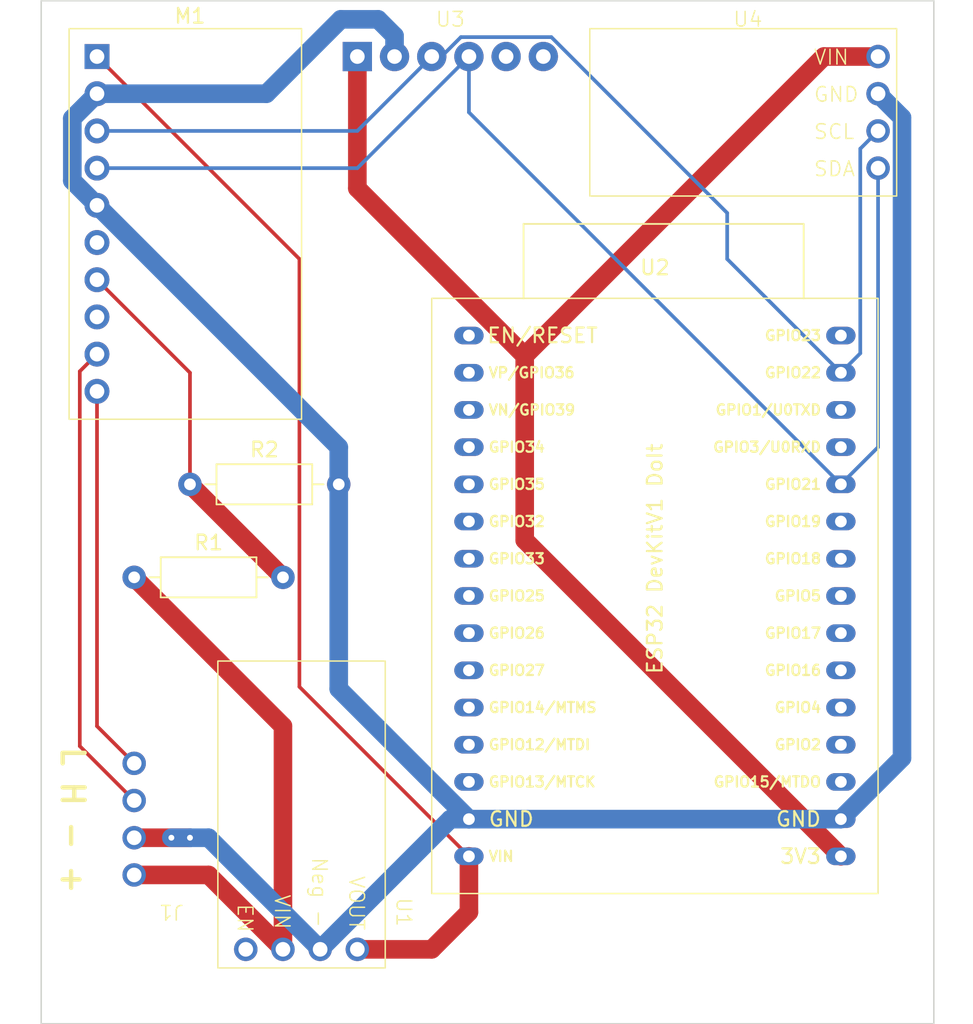
<source format=kicad_pcb>
(kicad_pcb (version 20221018) (generator pcbnew)
  (layers (0 "F.Cu" signal) (31 "B.Cu" signal) (34 "B.Paste" user) (35 "F.Paste" user) (36 "B.SilkS" user "B.Silkscreen") (37 "F.SilkS" user "F.Silkscreen") (38 "B.Mask" user) (39 "F.Mask" user) (44 "Edge.Cuts" user))
  (net 0 "")
  (net 1 "+12V")
  (net 2 "+5V")
  (net 3 "+3V3")
  (net 18 "SDA")
  (net 19 "SCL")
  (net 20 "GND")
  (net 32 "Shunt High")
  (net 33 "Shunt Low")
  (net 37 "Net-(M1-A0)")
  (footprint "User:HiLetgo BMP280-3.3" (layer "F.Cu") (at 153.67 53.34 90)
    (fp_text reference "U3" (at 2.54 6.35 unlocked) (layer "F.SilkS") (effects (font (thickness 0.1))))
    (fp_text value "~")
    (pad "1" thru_hole rect (at 0 0 90) (size 2 2) (drill 1) (layers "*.Cu" "*.Mask") (net 3 "+3V3"))
    (pad "2" thru_hole circle (at 0 2.54 90) (size 2 2) (drill 1) (layers "*.Cu" "*.Mask") (net 20 "GND"))
    (pad "3" thru_hole circle (at 0 5.08 90) (size 2 2) (drill 1) (layers "*.Cu" "*.Mask") (net 19 "SCL"))
    (pad "4" thru_hole circle (at 0 7.62 90) (size 2 2) (drill 1) (layers "*.Cu" "*.Mask") (net 18 "SDA"))
    (pad "5" thru_hole circle (at 0 10.16 90) (size 2 2) (drill 1) (layers "*.Cu" "*.Mask"))
    (pad "6" thru_hole circle (at 0 12.7 90) (size 2 2) (drill 1) (layers "*.Cu" "*.Mask"))
  )
  (footprint "User:ESP32 DevKitV1 DoIt" (layer "F.Cu") (at 158.75 69.85)
    (fp_text reference "U2" (at 15.24 -2.1) (layer "F.SilkS"))
    (fp_text value "ESP32 DevKitV1 DoIt" (at 15.24 17.78 90) (layer "F.SilkS"))
    (fp_text user "GPIO21" (at 26.67 12.7 unlocked) (layer "F.SilkS") (effects (font (size 0.7 0.7)) (justify right)))
    (fp_text user "GPIO27" (at 3.81 25.4 unlocked) (layer "F.SilkS") (effects (font (size 0.7 0.7)) (justify left)))
    (fp_text user "GPIO2" (at 26.67 30.48 unlocked) (layer "F.SilkS") (effects (font (size 0.7 0.7)) (justify right)))
    (fp_text user "GPIO12/MTDI" (at 3.81 30.48 unlocked) (layer "F.SilkS") (effects (font (size 0.7 0.7)) (justify left)))
    (fp_text user "GPIO15/MTDO" (at 26.67 33.02 unlocked) (layer "F.SilkS") (effects (font (size 0.7 0.7)) (justify right)))
    (fp_text user "GPIO3/U0RXD" (at 26.67 10.16 unlocked) (layer "F.SilkS") (effects (font (size 0.7 0.7)) (justify right)))
    (fp_text user "GPIO25" (at 3.81 20.32 unlocked) (layer "F.SilkS") (effects (font (size 0.7 0.7)) (justify left)))
    (fp_text user "GPIO4" (at 26.67 27.94 unlocked) (layer "F.SilkS") (effects (font (size 0.7 0.7)) (justify right)))
    (fp_text user "GPIO14/MTMS" (at 3.81 27.94 unlocked) (layer "F.SilkS") (effects (font (size 0.7 0.7)) (justify left)))
    (fp_text user "GPIO35" (at 3.81 12.7 unlocked) (layer "F.SilkS") (effects (font (size 0.7 0.7)) (justify left)))
    (fp_text user "GPIO32" (at 3.81 15.24 unlocked) (layer "F.SilkS") (effects (font (size 0.7 0.7)) (justify left)))
    (fp_text user "GPIO26" (at 3.81 22.86 unlocked) (layer "F.SilkS") (effects (font (size 0.7 0.7)) (justify left)))
    (fp_text user "GPIO34" (at 3.81 10.16 unlocked) (layer "F.SilkS") (effects (font (size 0.7 0.7)) (justify left)))
    (fp_text user "VN/GPIO39" (at 3.81 7.62 unlocked) (layer "F.SilkS") (effects (font (size 0.7 0.7)) (justify left)))
    (fp_text user "GPIO5" (at 26.67 20.32 unlocked) (layer "F.SilkS") (effects (font (size 0.7 0.7)) (justify right)))
    (fp_text user "EN/RESET" (at 11.42632 2.53728 unlocked) (layer "F.SilkS") (effects (justify right)))
    (fp_text user "GPIO17" (at 26.67 22.86 unlocked) (layer "F.SilkS") (effects (font (size 0.7 0.7)) (justify right)))
    (fp_text user "GND" (at 26.66632 35.56 unlocked) (layer "F.SilkS") (effects (justify right)))
    (fp_text user "GPIO1/U0TXD" (at 26.67 7.62 unlocked) (layer "F.SilkS") (effects (font (size 0.7 0.7)) (justify right)))
    (fp_text user "GPIO13/MTCK" (at 3.81 33.02 unlocked) (layer "F.SilkS") (effects (font (size 0.7 0.7)) (justify left)))
    (fp_text user "GPIO33" (at 3.81 17.78 unlocked) (layer "F.SilkS") (effects (font (size 0.7 0.7)) (justify left)))
    (fp_text user "GPIO23" (at 26.67 2.54 unlocked) (layer "F.SilkS") (effects (font (size 0.7 0.7)) (justify right)))
    (fp_text user "VP/GPIO36" (at 3.81 5.08 unlocked) (layer "F.SilkS") (effects (font (size 0.7 0.7)) (justify left)))
    (fp_text user "GPIO19" (at 26.67 15.24 unlocked) (layer "F.SilkS") (effects (font (size 0.7 0.7)) (justify right)))
    (fp_text user "GPIO22" (at 26.67 5.08 unlocked) (layer "F.SilkS") (effects (font (size 0.7 0.7)) (justify right)))
    (fp_text user "3V3" (at 26.67 38.1 unlocked) (layer "F.SilkS") (effects (justify right)))
    (fp_text user "GPIO18" (at 26.67 17.78 unlocked) (layer "F.SilkS") (effects (font (size 0.7 0.7)) (justify right)))
    (fp_text user "GPIO16" (at 26.67 25.4 unlocked) (layer "F.SilkS") (effects (font (size 0.7 0.7)) (justify right)))
    (fp_text user "VIN" (at 3.81 38.1 unlocked) (layer "F.SilkS") (effects (font (size 0.7 0.7)) (justify left)))
    (fp_text user "GND" (at 3.81 35.56 unlocked) (layer "F.SilkS") (effects (justify left)))
    (fp_line (start 6.27012 -5.08) (end 25.4 -5.08) (stroke (width 0.12)) (layer "F.SilkS"))
    (fp_line (start 6.27012 0) (end 6.27012 -5.08) (stroke (width 0.12)) (layer "F.SilkS"))
    (fp_line (start 25.4 0) (end 25.4 -5.08) (stroke (width 0.12)) (layer "F.SilkS"))
    (fp_rect (start 0 0) (end 30.48 40.64) (stroke (width 0.1)) (fill none) (layer "F.SilkS"))
    (pad "1" thru_hole oval (at 2.54 2.54 270) (size 1.2 2) (drill 0.8) (layers "*.Cu" "*.Mask"))
    (pad "2" thru_hole oval (at 2.54 5.08 270) (size 1.2 2) (drill 0.8) (layers "*.Cu" "*.Mask"))
    (pad "3" thru_hole oval (at 2.54 7.62 270) (size 1.2 2) (drill 0.8) (layers "*.Cu" "*.Mask"))
    (pad "4" thru_hole oval (at 2.54 10.16 270) (size 1.2 2) (drill 0.8) (layers "*.Cu" "*.Mask"))
    (pad "5" thru_hole oval (at 2.54 12.7 270) (size 1.2 2) (drill 0.8) (layers "*.Cu" "*.Mask"))
    (pad "6" thru_hole oval (at 2.54 15.24 270) (size 1.2 2) (drill 0.8) (layers "*.Cu" "*.Mask"))
    (pad "7" thru_hole oval (at 2.54 17.78 270) (size 1.2 2) (drill 0.8) (layers "*.Cu" "*.Mask"))
    (pad "8" thru_hole oval (at 2.54 20.32 270) (size 1.2 2) (drill 0.8) (layers "*.Cu" "*.Mask"))
    (pad "9" thru_hole oval (at 2.54 22.86 270) (size 1.2 2) (drill 0.8) (layers "*.Cu" "*.Mask"))
    (pad "10" thru_hole oval (at 2.54 25.4 270) (size 1.2 2) (drill 0.8) (layers "*.Cu" "*.Mask"))
    (pad "11" thru_hole oval (at 2.54 27.94 270) (size 1.2 2) (drill 0.8) (layers "*.Cu" "*.Mask"))
    (pad "12" thru_hole oval (at 2.54 30.48 270) (size 1.2 2) (drill 0.8) (layers "*.Cu" "*.Mask"))
    (pad "13" thru_hole oval (at 2.54 33.02 270) (size 1.2 2) (drill 0.8) (layers "*.Cu" "*.Mask"))
    (pad "14" thru_hole oval (at 2.54 35.56 270) (size 1.2 2) (drill 0.8) (layers "*.Cu" "*.Mask") (net 20 "GND"))
    (pad "15" thru_hole oval (at 2.54 38.1 270) (size 1.2 2) (drill 0.8) (layers "*.Cu" "*.Mask") (net 2 "+5V"))
    (pad "16" thru_hole oval (at 27.94 38.1 270) (size 1.2 2) (drill 0.8) (layers "*.Cu" "*.Mask") (net 3 "+3V3"))
    (pad "17" thru_hole oval (at 27.94 35.56 270) (size 1.2 2) (drill 0.8) (layers "*.Cu" "*.Mask") (net 20 "GND"))
    (pad "18" thru_hole oval (at 27.94 33.02 270) (size 1.2 2) (drill 0.8) (layers "*.Cu" "*.Mask"))
    (pad "19" thru_hole oval (at 27.94 30.48 270) (size 1.2 2) (drill 0.8) (layers "*.Cu" "*.Mask"))
    (pad "20" thru_hole oval (at 27.94 27.94 270) (size 1.2 2) (drill 0.8) (layers "*.Cu" "*.Mask"))
    (pad "21" thru_hole oval (at 27.94 25.4 270) (size 1.2 2) (drill 0.8) (layers "*.Cu" "*.Mask"))
    (pad "22" thru_hole oval (at 27.94 22.86 270) (size 1.2 2) (drill 0.8) (layers "*.Cu" "*.Mask"))
    (pad "23" thru_hole oval (at 27.94 20.32 270) (size 1.2 2) (drill 0.8) (layers "*.Cu" "*.Mask"))
    (pad "24" thru_hole oval (at 27.94 17.78 270) (size 1.2 2) (drill 0.8) (layers "*.Cu" "*.Mask"))
    (pad "25" thru_hole oval (at 27.94 15.24 270) (size 1.2 2) (drill 0.8) (layers "*.Cu" "*.Mask"))
    (pad "26" thru_hole oval (at 27.94 12.7 270) (size 1.2 2) (drill 0.8) (layers "*.Cu" "*.Mask") (net 18 "SDA"))
    (pad "27" thru_hole oval (at 27.94 10.16 270) (size 1.2 2) (drill 0.8) (layers "*.Cu" "*.Mask"))
    (pad "28" thru_hole oval (at 27.94 7.62 270) (size 1.2 2) (drill 0.8) (layers "*.Cu" "*.Mask"))
    (pad "29" thru_hole oval (at 27.94 5.08 270) (size 1.2 2) (drill 0.8) (layers "*.Cu" "*.Mask") (net 19 "SCL"))
    (pad "30" thru_hole oval (at 27.94 2.54 270) (size 1.2 2) (drill 0.8) (layers "*.Cu" "*.Mask"))
  )
  (footprint "MiscModules:Screw Terminal 2.54 x4" (layer "F.Cu") (at 140.97 96.52 180)
    (fp_text reference "J1" (at 0 -15.24 180 unlocked) (layer "F.SilkS") (effects (font (thickness 0.1))))
    (fp_text value "Screw_Terminal_01x04" hide)
    (pad "1" thru_hole circle (at 2.54 -12.7 90) (size 1.6 1.6) (drill 1) (layers "*.Cu" "*.Mask") (net 1 "+12V"))
    (pad "2" thru_hole circle (at 2.54 -10.16 90) (size 1.6 1.6) (drill 1) (layers "*.Cu" "*.Mask") (net 20 "GND"))
    (pad "3" thru_hole circle (at 2.54 -7.62 90) (size 1.6 1.6) (drill 1) (layers "*.Cu" "*.Mask") (net 32 "Shunt High"))
    (pad "4" thru_hole circle (at 2.54 -5.08 90) (size 1.6 1.6) (drill 1) (layers "*.Cu" "*.Mask") (net 33 "Shunt Low"))
  )
  (footprint "Resistor_THT:R_Axial_DIN0207_L6.3mm_D2.5mm_P10.16mm_Horizontal" (layer "F.Cu") (at 142.24 82.55)
    (fp_text reference "R2" (at 5.08 -2.37) (layer "F.SilkS"))
    (fp_text value "5000")
    (fp_line (start 1.04 0) (end 1.81 0) (stroke (width 0.12)) (layer "F.SilkS"))
    (fp_line (start 1.81 -1.37) (end 1.81 1.37) (stroke (width 0.12)) (layer "F.SilkS"))
    (fp_line (start 1.81 1.37) (end 8.35 1.37) (stroke (width 0.12)) (layer "F.SilkS"))
    (fp_line (start 8.35 -1.37) (end 1.81 -1.37) (stroke (width 0.12)) (layer "F.SilkS"))
    (fp_line (start 8.35 1.37) (end 8.35 -1.37) (stroke (width 0.12)) (layer "F.SilkS"))
    (fp_line (start 9.12 0) (end 8.35 0) (stroke (width 0.12)) (layer "F.SilkS"))
    (pad "1" thru_hole circle (at 0 0) (size 1.6 1.6) (drill 0.8) (layers "*.Cu" "*.Mask") (net 37 "Net-(M1-A0)"))
    (pad "2" thru_hole oval (at 10.16 0) (size 1.6 1.6) (drill 0.8) (layers "*.Cu" "*.Mask") (net 20 "GND"))
  )
  (footprint "Resistor_THT:R_Axial_DIN0207_L6.3mm_D2.5mm_P10.16mm_Horizontal" (layer "F.Cu") (at 138.43 88.9)
    (fp_text reference "R1" (at 5.08 -2.37) (layer "F.SilkS"))
    (fp_text value "10000")
    (fp_line (start 1.04 0) (end 1.81 0) (stroke (width 0.12)) (layer "F.SilkS"))
    (fp_line (start 1.81 -1.37) (end 1.81 1.37) (stroke (width 0.12)) (layer "F.SilkS"))
    (fp_line (start 1.81 1.37) (end 8.35 1.37) (stroke (width 0.12)) (layer "F.SilkS"))
    (fp_line (start 8.35 -1.37) (end 1.81 -1.37) (stroke (width 0.12)) (layer "F.SilkS"))
    (fp_line (start 8.35 1.37) (end 8.35 -1.37) (stroke (width 0.12)) (layer "F.SilkS"))
    (fp_line (start 9.12 0) (end 8.35 0) (stroke (width 0.12)) (layer "F.SilkS"))
    (pad "1" thru_hole circle (at 0 0) (size 1.6 1.6) (drill 0.8) (layers "*.Cu" "*.Mask") (net 1 "+12V"))
    (pad "2" thru_hole oval (at 10.16 0) (size 1.6 1.6) (drill 0.8) (layers "*.Cu" "*.Mask") (net 37 "Net-(M1-A0)"))
  )
  (footprint "User:ADS1115" (layer "F.Cu") (at 135.89 53.34)
    (fp_text reference "M1" (at 6.35 -2.77) (layer "F.SilkS"))
    (fp_text value "~")
    (fp_rect (start -1.905 -1.905) (end 13.97 24.765) (stroke (width 0.1)) (fill none) (layer "F.SilkS"))
    (pad "1" thru_hole rect (at 0 0) (size 1.7 1.7) (drill 1) (layers "*.Cu" "*.Mask") (net 2 "+5V"))
    (pad "2" thru_hole oval (at 0 2.54) (size 1.7 1.7) (drill 1) (layers "*.Cu" "*.Mask") (net 20 "GND"))
    (pad "3" thru_hole oval (at 0 5.08) (size 1.7 1.7) (drill 1) (layers "*.Cu" "*.Mask") (net 19 "SCL"))
    (pad "4" thru_hole oval (at 0 7.62) (size 1.7 1.7) (drill 1) (layers "*.Cu" "*.Mask") (net 18 "SDA"))
    (pad "5" thru_hole oval (at 0 10.16) (size 1.7 1.7) (drill 1) (layers "*.Cu" "*.Mask") (net 20 "GND"))
    (pad "6" thru_hole oval (at 0 12.7) (size 1.7 1.7) (drill 1) (layers "*.Cu" "*.Mask"))
    (pad "7" thru_hole oval (at 0 15.24) (size 1.7 1.7) (drill 1) (layers "*.Cu" "*.Mask") (net 37 "Net-(M1-A0)"))
    (pad "8" thru_hole oval (at 0 17.78) (size 1.7 1.7) (drill 1) (layers "*.Cu" "*.Mask"))
    (pad "9" thru_hole oval (at 0 20.32) (size 1.7 1.7) (drill 1) (layers "*.Cu" "*.Mask") (net 32 "Shunt High"))
    (pad "10" thru_hole oval (at 0 22.86) (size 1.7 1.7) (drill 1) (layers "*.Cu" "*.Mask") (net 33 "Shunt Low"))
  )
  (footprint "User:Drok Vreg" (layer "F.Cu") (at 149.86 111.76 -90)
    (fp_text reference "U1" (at 0 -6.985 -90 unlocked) (layer "F.SilkS") (effects (font (thickness 0.1))))
    (fp_text value "~")
    (fp_text user "VOUT" (at -2.54 -3.175 -90 unlocked) (layer "F.SilkS") (effects (font (thickness 0.1)) (justify left bottom)))
    (fp_text user "EN" (at -0.635 4.445 -90 unlocked) (layer "F.SilkS") (effects (font (thickness 0.1)) (justify left bottom)))
    (fp_text user "VIN" (at -1.27 1.905 -90 unlocked) (layer "F.SilkS") (effects (font (thickness 0.1)) (justify left bottom)))
    (fp_text user "Neg -" (at -3.81 -0.635 -90 unlocked) (layer "F.SilkS") (effects (font (thickness 0.1)) (justify left bottom)))
    (fp_rect (start 3.81 -5.715) (end -17.145 5.715) (stroke (width 0.1)) (fill none) (layer "F.SilkS"))
    (pad "1" thru_hole circle (at 2.54 -3.81 180) (size 1.6 1.6) (drill 1) (layers "*.Cu" "*.Mask") (net 2 "+5V"))
    (pad "2" thru_hole circle (at 2.54 -1.27 180) (size 1.6 1.6) (drill 1) (layers "*.Cu" "*.Mask") (net 20 "GND"))
    (pad "3" thru_hole circle (at 2.54 1.27 180) (size 1.6 1.6) (drill 1) (layers "*.Cu" "*.Mask") (net 1 "+12V"))
    (pad "4" thru_hole circle (at 2.54 3.81 180) (size 1.6 1.6) (drill 1) (layers "*.Cu" "*.Mask"))
  )
  (footprint "User:AHT20 Humidity Module" (layer "F.Cu") (at 186.69 57.15)
    (fp_text reference "U4" (at -6.35 -6.35 unlocked) (layer "F.SilkS") (effects (font (thickness 0.1))))
    (fp_text value "AHT20 Humidity Module")
    (fp_text user "SDA" (at -1.905 4.445 unlocked) (layer "F.SilkS") (effects (font (thickness 0.1)) (justify left bottom)))
    (fp_text user "GND" (at -1.905 -0.635 unlocked) (layer "F.SilkS") (effects (font (thickness 0.1)) (justify left bottom)))
    (fp_text user "VIN" (at -1.905 -3.175 unlocked) (layer "F.SilkS") (effects (font (thickness 0.1)) (justify left bottom)))
    (fp_text user "SCL" (at -1.905 1.905 unlocked) (layer "F.SilkS") (effects (font (thickness 0.1)) (justify left bottom)))
    (fp_rect (start 3.81 -5.715) (end -17.145 5.715) (stroke (width 0.1)) (fill none) (layer "F.SilkS"))
    (pad "1" thru_hole circle (at 2.54 -3.81 270) (size 1.6 1.6) (drill 1) (layers "*.Cu" "*.Mask") (net 3 "+3V3"))
    (pad "2" thru_hole circle (at 2.54 -1.27 270) (size 1.6 1.6) (drill 1) (layers "*.Cu" "*.Mask") (net 20 "GND"))
    (pad "3" thru_hole circle (at 2.54 1.27 270) (size 1.6 1.6) (drill 1) (layers "*.Cu" "*.Mask") (net 19 "SCL"))
    (pad "4" thru_hole circle (at 2.54 3.81 270) (size 1.6 1.6) (drill 1) (layers "*.Cu" "*.Mask") (net 18 "SDA"))
  )
  (gr_rect (start 132.08 49.53) (end 193.04 119.38) (stroke (width 0.1)) (fill none) (layer "Edge.Cuts"))
  (gr_text "L H - +" (at 133.35 100.33 -90) (layer "F.SilkS") (effects (font (size 1.5 1.5) (thickness 0.3) bold) (justify left bottom)))
  (segment (start 143.51 109.22) (end 148.59 114.3) (width 1.27) (layer "F.Cu") (net 1))
  (segment (start 148.59 114.3) (end 148.59 99.06) (width 1.27) (layer "F.Cu") (net 1))
  (segment (start 148.59 99.06) (end 138.43 88.9) (width 1.27) (layer "F.Cu") (net 1))
  (segment (start 138.43 109.22) (end 143.51 109.22) (width 1.27) (layer "F.Cu") (net 1))
  (segment (start 161.29 107.95) (end 149.715 96.375) (width 0.25) (layer "F.Cu") (net 2))
  (segment (start 161.29 111.76) (end 161.29 107.95) (width 1.27) (layer "F.Cu") (net 2))
  (segment (start 153.67 114.3) (end 158.75 114.3) (width 1.27) (layer "F.Cu") (net 2))
  (segment (start 149.715 67.165) (end 135.89 53.34) (width 0.25) (layer "F.Cu") (net 2))
  (segment (start 158.75 114.3) (end 161.29 111.76) (width 1.27) (layer "F.Cu") (net 2))
  (segment (start 149.715 96.375) (end 149.715 67.165) (width 0.25) (layer "F.Cu") (net 2))
  (segment (start 165.1 86.36) (end 165.1 73.770604) (width 1.27) (layer "F.Cu") (net 3))
  (segment (start 165.1 73.770604) (end 153.67 62.340604) (width 1.27) (layer "F.Cu") (net 3))
  (segment (start 153.67 62.340604) (end 153.67 53.34) (width 1.27) (layer "F.Cu") (net 3))
  (segment (start 186.69 107.95) (end 165.1 86.36) (width 1.27) (layer "F.Cu") (net 3))
  (segment (start 185.530604 53.34) (end 165.1 73.770604) (width 1.27) (layer "F.Cu") (net 3))
  (segment (start 189.23 53.34) (end 185.530604 53.34) (width 1.27) (layer "F.Cu") (net 3))
  (segment (start 161.29 57.15) (end 161.29 53.34) (width 0.25) (layer "B.Cu") (net 18))
  (segment (start 186.69 82.55) (end 189.23 80.01) (width 0.25) (layer "B.Cu") (net 18))
  (segment (start 186.69 82.55) (end 161.29 57.15) (width 0.25) (layer "B.Cu") (net 18))
  (segment (start 189.23 80.01) (end 189.23 60.96) (width 0.25) (layer "B.Cu") (net 18))
  (segment (start 153.67 60.96) (end 161.29 53.34) (width 0.25) (layer "B.Cu") (net 18))
  (segment (start 135.89 60.96) (end 153.67 60.96) (width 0.25) (layer "B.Cu") (net 18))
  (segment (start 158.75 54.006167) (end 160.741167 52.015) (width 0.25) (layer "B.Cu") (net 19))
  (segment (start 158.75 53.34) (end 158.75 54.006167) (width 0.25) (layer "B.Cu") (net 19))
  (segment (start 189.23 58.42) (end 188.015 59.635) (width 0.25) (layer "B.Cu") (net 19))
  (segment (start 153.67 58.42) (end 158.75 53.34) (width 0.25) (layer "B.Cu") (net 19))
  (segment (start 188.015 73.605) (end 186.69 74.93) (width 0.25) (layer "B.Cu") (net 19))
  (segment (start 166.918833 52.015) (end 178.925787 64.021954) (width 0.25) (layer "B.Cu") (net 19))
  (segment (start 188.015 59.635) (end 188.015 73.605) (width 0.25) (layer "B.Cu") (net 19))
  (segment (start 160.741167 52.015) (end 166.918833 52.015) (width 0.25) (layer "B.Cu") (net 19))
  (segment (start 135.89 58.42) (end 153.67 58.42) (width 0.25) (layer "B.Cu") (net 19))
  (segment (start 178.925787 67.165787) (end 186.69 74.93) (width 0.25) (layer "B.Cu") (net 19))
  (segment (start 178.925787 64.021954) (end 178.925787 67.165787) (width 0.25) (layer "B.Cu") (net 19))
  (segment (start 138.43 106.68) (end 142.24 106.68) (width 1.27) (layer "F.Cu") (net 20))
  (via (at 140.97 106.68) (size 0.8) (drill 0.4) (layers "F.Cu" "B.Cu") (net 20))
  (via (at 142.24 106.68) (size 0.8) (drill 0.4) (layers "F.Cu" "B.Cu") (net 20))
  (segment (start 152.4 96.52) (end 152.4 82.55) (width 1.27) (layer "B.Cu") (net 20))
  (segment (start 152.4 80.01) (end 135.89 63.5) (width 1.27) (layer "B.Cu") (net 20))
  (segment (start 135.89 63.5) (end 134.205 61.815) (width 1.27) (layer "B.Cu") (net 20))
  (segment (start 151.13 114.3) (end 160.02 105.41) (width 1.27) (layer "B.Cu") (net 20))
  (segment (start 134.205 57.565) (end 135.89 55.88) (width 1.27) (layer "B.Cu") (net 20))
  (segment (start 156.21 51.925787) (end 156.21 53.34) (width 1.27) (layer "B.Cu") (net 20))
  (segment (start 155.084213 50.8) (end 156.21 51.925787) (width 1.27) (layer "B.Cu") (net 20))
  (segment (start 160.02 105.41) (end 161.29 105.41) (width 1.27) (layer "B.Cu") (net 20))
  (segment (start 135.89 55.88) (end 147.46 55.88) (width 1.27) (layer "B.Cu") (net 20))
  (segment (start 152.54 50.8) (end 155.084213 50.8) (width 1.27) (layer "B.Cu") (net 20))
  (segment (start 190.865 57.515) (end 190.865 101.235) (width 1.27) (layer "B.Cu") (net 20))
  (segment (start 147.46 55.88) (end 152.54 50.8) (width 1.27) (layer "B.Cu") (net 20))
  (segment (start 142.24 106.68) (end 140.97 106.68) (width 1.27) (layer "B.Cu") (net 20))
  (segment (start 190.865 101.235) (end 186.69 105.41) (width 1.27) (layer "B.Cu") (net 20))
  (segment (start 161.29 105.41) (end 152.4 96.52) (width 1.27) (layer "B.Cu") (net 20))
  (segment (start 151.13 114.3) (end 143.51 106.68) (width 1.27) (layer "B.Cu") (net 20))
  (segment (start 143.51 106.68) (end 142.24 106.68) (width 1.27) (layer "B.Cu") (net 20))
  (segment (start 152.4 82.55) (end 152.4 80.01) (width 1.27) (layer "B.Cu") (net 20))
  (segment (start 134.205 61.815) (end 134.205 57.565) (width 1.27) (layer "B.Cu") (net 20))
  (segment (start 189.23 55.88) (end 190.865 57.515) (width 1.27) (layer "B.Cu") (net 20))
  (segment (start 161.29 105.41) (end 186.69 105.41) (width 1.27) (layer "B.Cu") (net 20))
  (segment (start 134.715 74.835) (end 135.89 73.66) (width 0.25) (layer "F.Cu") (net 32))
  (segment (start 138.43 104.14) (end 134.715 100.425) (width 0.25) (layer "F.Cu") (net 32))
  (segment (start 134.715 100.425) (end 134.715 74.835) (width 0.25) (layer "F.Cu") (net 32))
  (segment (start 138.43 101.6) (end 135.89 99.06) (width 0.25) (layer "F.Cu") (net 33))
  (segment (start 135.89 99.06) (end 135.89 76.2) (width 0.25) (layer "F.Cu") (net 33))
  (segment (start 142.24 74.93) (end 135.89 68.58) (width 0.25) (layer "F.Cu") (net 37))
  (segment (start 148.59 88.9) (end 142.24 82.55) (width 1.27) (layer "F.Cu") (net 37))
  (segment (start 142.24 82.55) (end 142.24 74.93) (width 0.25) (layer "F.Cu") (net 37))
)
</source>
